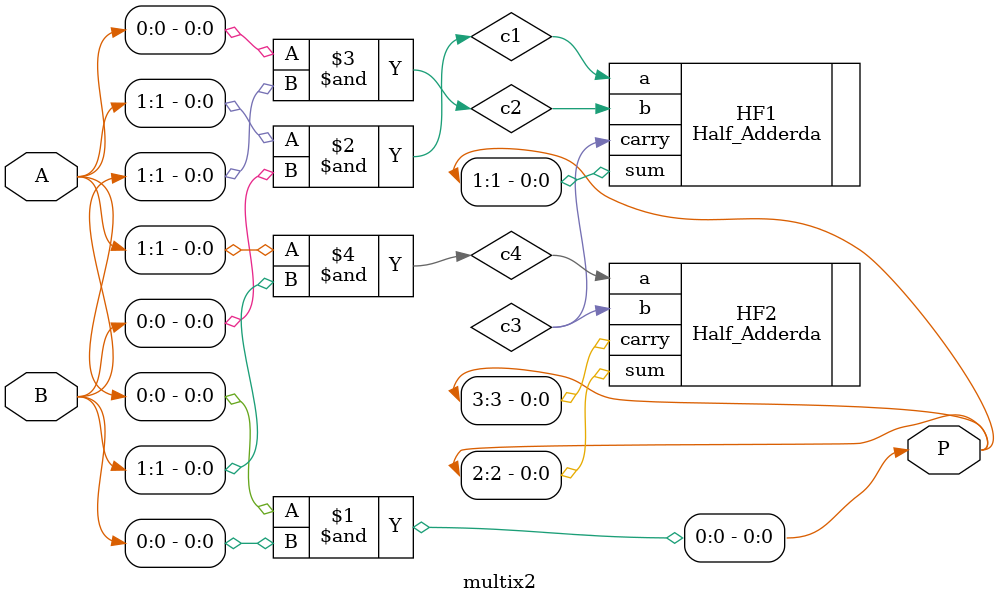
<source format=v>

module multix2(
   
    input [1:0]A,
    input [1:0]B,
    output [3:0]P
);

wire c1;
wire c2;
wire c3;
wire c4;

assign P[0]=A[0]&B[0];
assign c1=A[1]&B[0];
assign c2=A[0]&B[1];
assign c4=A[1]&B[1];

Half_Adderda HF1( 
  .a(c1),
  .b(c2),
  .sum(P[1]),
  .carry(c3)
);

Half_Adderda HF2( 
  .a(c4),
  .b(c3),
  .sum(P[2]),
  .carry(P[3])
);

endmodule
</source>
